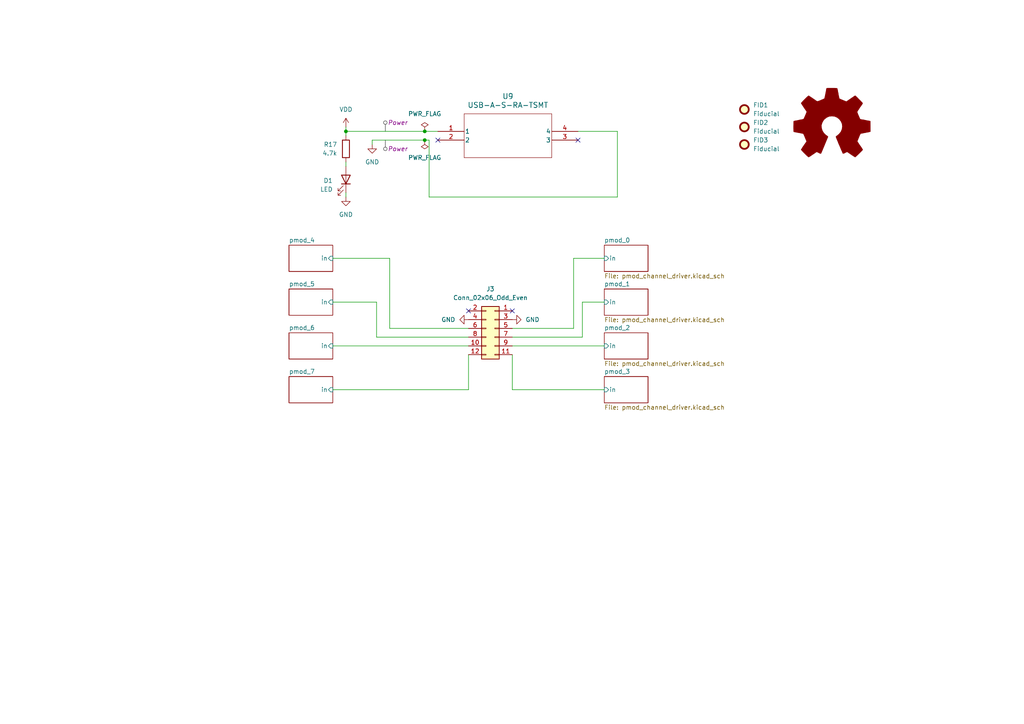
<source format=kicad_sch>
(kicad_sch (version 20231120) (generator "eeschema") (generator_version "8.0")
  (paper "A4")
  (title_block (title "SoC Drawer PMOD Buffer") (date "2024-03-08") (rev "1") (company "Jacob Feder"))
  (lib_symbols
    (symbol "Connector_Generic:Conn_02x06_Odd_Even" (pin_names (offset 1.016) hide)
      (property "Reference" "J" (at 1.27 7.62 0))
      (property "Value" "Conn_02x06_Odd_Even" (at 1.27 -10.16 0))
      (symbol "Conn_02x06_Odd_Even_1_1"
        (rectangle (start -1.27 -7.493) (end 0 -7.747) (stroke (width 0.1524)))
        (rectangle (start -1.27 -4.953) (end 0 -5.207) (stroke (width 0.1524)))
        (rectangle (start -1.27 -2.413) (end 0 -2.667) (stroke (width 0.1524)))
        (rectangle (start -1.27 0.127) (end 0 -0.127) (stroke (width 0.1524)))
        (rectangle (start -1.27 2.667) (end 0 2.413) (stroke (width 0.1524)))
        (rectangle (start -1.27 5.207) (end 0 4.953) (stroke (width 0.1524)))
        (rectangle (start -1.27 6.35) (end 3.81 -8.89) (stroke (width 0.254)) (fill (type background)))
        (rectangle (start 3.81 -7.493) (end 2.54 -7.747) (stroke (width 0.1524)))
        (rectangle (start 3.81 -4.953) (end 2.54 -5.207) (stroke (width 0.1524)))
        (rectangle (start 3.81 -2.413) (end 2.54 -2.667) (stroke (width 0.1524)))
        (rectangle (start 3.81 0.127) (end 2.54 -0.127) (stroke (width 0.1524)))
        (rectangle (start 3.81 2.667) (end 2.54 2.413) (stroke (width 0.1524)))
        (rectangle (start 3.81 5.207) (end 2.54 4.953) (stroke (width 0.1524)))
        (pin passive line (at -5.08 5.08 0) (length 3.81) (name "Pin_1") (number "1"))
        (pin passive line (at 7.62 -5.08 180) (length 3.81) (name "Pin_10") (number "10"))
        (pin passive line (at -5.08 -7.62 0) (length 3.81) (name "Pin_11") (number "11"))
        (pin passive line (at 7.62 -7.62 180) (length 3.81) (name "Pin_12") (number "12"))
        (pin passive line (at 7.62 5.08 180) (length 3.81) (name "Pin_2") (number "2"))
        (pin passive line (at -5.08 2.54 0) (length 3.81) (name "Pin_3") (number "3"))
        (pin passive line (at 7.62 2.54 180) (length 3.81) (name "Pin_4") (number "4"))
        (pin passive line (at -5.08 0 0) (length 3.81) (name "Pin_5") (number "5"))
        (pin passive line (at 7.62 0 180) (length 3.81) (name "Pin_6") (number "6"))
        (pin passive line (at -5.08 -2.54 0) (length 3.81) (name "Pin_7") (number "7"))
        (pin passive line (at 7.62 -2.54 180) (length 3.81) (name "Pin_8") (number "8"))
        (pin passive line (at -5.08 -5.08 0) (length 3.81) (name "Pin_9") (number "9"))
      )
    )
    (symbol "Device:LED" (pin_numbers hide) (pin_names (offset 1.016) hide)
      (property "Reference" "D" (at 0 2.54 0))
      (property "Value" "LED" (at 0 -2.54 0))
      (symbol "LED_0_1"
        (polyline (pts (xy -1.27 -1.27) (xy -1.27 1.27)) (stroke (width 0.254)))
        (polyline (pts (xy -1.27 0) (xy 1.27 0)))
        (polyline (pts (xy 1.27 -1.27) (xy 1.27 1.27) (xy -1.27 0) (xy 1.27 -1.27)) (stroke (width 0.254)))
        (polyline (pts (xy -3.048 -0.762) (xy -4.572 -2.286) (xy -3.81 -2.286) (xy -4.572 -2.286) (xy -4.572 -1.524)))
        (polyline (pts (xy -1.778 -0.762) (xy -3.302 -2.286) (xy -2.54 -2.286) (xy -3.302 -2.286) (xy -3.302 -1.524)))
      )
      (symbol "LED_1_1"
        (pin passive line (at -3.81 0 0) (length 2.54) (name "K") (number "1"))
        (pin passive line (at 3.81 0 180) (length 2.54) (name "A") (number "2"))
      )
    )
    (symbol "Device:R" (pin_numbers hide) (pin_names (offset 0))
      (property "Reference" "R" (at 2.032 0 90))
      (property "Value" "R" (at 0 0 90))
      (symbol "R_0_1"
        (rectangle (start -1.016 -2.54) (end 1.016 2.54) (stroke (width 0.254)))
      )
      (symbol "R_1_1"
        (pin passive line (at 0 3.81 270) (length 1.27) (name "~") (number "1"))
        (pin passive line (at 0 -3.81 90) (length 1.27) (name "~") (number "2"))
      )
    )
    (symbol "Graphic:Logo_Open_Hardware_Large" (in_bom no) (on_board no)
      (symbol "Logo_Open_Hardware_Large_1_1"
        (polyline (pts (xy 6.731 -8.7122) (xy 6.6294 -8.6614) (xy 6.35 -8.4836) (xy 5.9944 -8.255) (xy 5.5372 -7.9502) (xy 5.1054 -7.6454) (xy 4.7498 -7.4168) (xy 4.4958 -7.239) (xy 4.3942 -7.1882) (xy 4.318 -7.2136) (xy 4.1148 -7.3152) (xy 3.81 -7.4676) (xy 3.6322 -7.5692) (xy 3.3528 -7.6708) (xy 3.2258 -7.6962) (xy 3.2004 -7.6708) (xy 3.0988 -7.4676) (xy 2.9464 -7.0866) (xy 2.7178 -6.604) (xy 2.4892 -6.0452) (xy 2.2352 -5.4356) (xy 1.9558 -4.826) (xy 1.7272 -4.2164) (xy 1.4986 -3.683) (xy 1.3208 -3.2512) (xy 1.2192 -2.9464) (xy 1.1684 -2.8194) (xy 1.1938 -2.794) (xy 1.3208 -2.667) (xy 1.5748 -2.4892) (xy 2.0828 -2.0574) (xy 2.6162 -1.397) (xy 2.921 -0.6604) (xy 3.048 0.1524) (xy 2.9464 0.9144) (xy 2.6416 1.6256) (xy 2.1336 2.286) (xy 1.524 2.7686) (xy 0.8128 3.0734) (xy 0 3.175) (xy -0.762 3.0988) (xy -1.4986 2.794) (xy -2.159 2.286) (xy -2.4384 1.9812) (xy -2.8194 1.3208) (xy -3.048 0.6096) (xy -3.0734 0.4318) (xy -3.0226 -0.3556) (xy -2.794 -1.0922) (xy -2.3876 -1.7526) (xy -1.8288 -2.3114) (xy -1.7526 -2.3622) (xy -1.4732 -2.5654) (xy -1.2954 -2.6924) (xy -1.1684 -2.8194) (xy -2.159 -5.207) (xy -2.3114 -5.588) (xy -2.5908 -6.2484) (xy -2.8194 -6.8072) (xy -3.0226 -7.2644) (xy -3.1496 -7.5692) (xy -3.2258 -7.6708) (xy -3.2258 -7.6962) (xy -3.302 -7.6962) (xy -3.4798 -7.6454) (xy -3.8354 -7.4676) (xy -4.0386 -7.366) (xy -4.2926 -7.239) (xy -4.4196 -7.1882) (xy -4.5212 -7.239) (xy -4.7498 -7.3914) (xy -5.1054 -7.6454) (xy -5.5372 -7.9248) (xy -5.9436 -8.2042) (xy -6.3246 -8.4582) (xy -6.604 -8.636) (xy -6.731 -8.7122) (xy -6.7564 -8.7122) (xy -6.858 -8.636) (xy -7.0866 -8.4582) (xy -7.4168 -8.1534) (xy -7.874 -7.6962) (xy -7.9502 -7.62) (xy -8.3312 -7.239) (xy -8.636 -6.9088) (xy -8.8392 -6.6802) (xy -8.9154 -6.5786) (xy -8.9154 -6.5786) (xy -8.8392 -6.4516) (xy -8.6614 -6.1722) (xy -8.4328 -5.7912) (xy -8.128 -5.3594) (xy -7.3152 -4.191) (xy -7.7724 -3.0988) (xy -7.8994 -2.7686) (xy -8.0772 -2.3622) (xy -8.2042 -2.0828) (xy -8.255 -1.9558) (xy -8.382 -1.905) (xy -8.6614 -1.8542) (xy -9.0932 -1.7526) (xy -9.6266 -1.651) (xy -10.1092 -1.5748) (xy -10.541 -1.4732) (xy -10.8712 -1.4224) (xy -11.0236 -1.397) (xy -11.049 -1.3716) (xy -11.0744 -1.2954) (xy -11.0998 -1.143) (xy -11.0998 -0.889) (xy -11.1252 -0.4572) (xy -11.1252 0.1524) (xy -11.1252 0.2286) (xy -11.0998 0.8128) (xy -11.0998 1.27) (xy -11.0744 1.5494) (xy -11.0744 1.6764) (xy -11.0744 1.6764) (xy -10.922 1.7018) (xy -10.6172 1.778) (xy -10.16 1.8542) (xy -9.652 1.9558) (xy -9.6012 1.9812) (xy -9.0932 2.0828) (xy -8.636 2.159) (xy -8.3312 2.2352) (xy -8.2042 2.286) (xy -8.1788 2.3114) (xy -8.0772 2.5146) (xy -7.9248 2.8448) (xy -7.747 3.2512) (xy -7.5692 3.6576) (xy -7.4168 4.0386) (xy -7.3152 4.318) (xy -7.2898 4.445) (xy -7.2898 4.445) (xy -7.366 4.572) (xy -7.5438 4.826) (xy -7.7978 5.207) (xy -8.128 5.6642) (xy -8.128 5.6896) (xy -8.4328 6.1468) (xy -8.6868 6.5278) (xy -8.8392 6.7818) (xy -8.9154 6.9088) (xy -8.9154 6.9088) (xy -8.8138 7.0358) (xy -8.5852 7.2898) (xy -8.255 7.6454) (xy -7.874 8.0264) (xy -7.747 8.1534) (xy -7.3152 8.5852) (xy -7.0104 8.8646) (xy -6.8326 8.9916) (xy -6.731 9.0424) (xy -6.731 9.0424) (xy -6.604 8.9408) (xy -6.3246 8.763) (xy -5.9436 8.509) (xy -5.4864 8.2042) (xy -5.461 8.1788) (xy -5.0038 7.874) (xy -4.6482 7.62) (xy -4.3688 7.4422) (xy -4.2672 7.3914) (xy -4.2418 7.3914) (xy -4.064 7.4422) (xy -3.7338 7.5438) (xy -3.3528 7.6962) (xy -2.9464 7.874) (xy -2.5654 8.0264) (xy -2.286 8.1534) (xy -2.159 8.2296) (xy -2.159 8.2296) (xy -2.1082 8.382) (xy -2.032 8.7122) (xy -1.9304 9.1694) (xy -1.8288 9.7282) (xy -1.8034 9.8044) (xy -1.7018 10.3378) (xy -1.6256 10.7696) (xy -1.5748 11.0744) (xy -1.524 11.2014) (xy -1.4478 11.2268) (xy -1.1938 11.2522) (xy -0.8128 11.2522) (xy -0.3302 11.2522) (xy 0.1524 11.2522) (xy 0.6604 11.2522) (xy 1.0668 11.2268) (xy 1.3716 11.2014) (xy 1.4986 11.176) (xy 1.4986 11.176) (xy 1.5494 11.0236) (xy 1.6256 10.6934) (xy 1.7018 10.2108) (xy 1.8288 9.6774) (xy 1.8288 9.5758) (xy 1.9304 9.0424) (xy 2.032 8.6106) (xy 2.0828 8.3058) (xy 2.1336 8.2042) (xy 2.159 8.1788) (xy 2.3876 8.0772) (xy 2.7432 7.9248) (xy 3.175 7.747) (xy 4.191 7.3406) (xy 5.461 8.2042) (xy 5.5626 8.2804) (xy 6.0198 8.5852) (xy 6.3754 8.8392) (xy 6.6294 8.9916) (xy 6.7564 9.0424) (xy 6.7564 9.0424) (xy 6.8834 8.9408) (xy 7.1374 8.7122) (xy 7.4676 8.382) (xy 7.8486 7.9756) (xy 8.1534 7.6962) (xy 8.4836 7.3406) (xy 8.7122 7.112) (xy 8.8392 6.9596) (xy 8.8646 6.858) (xy 8.8646 6.8072) (xy 8.7884 6.6802) (xy 8.6106 6.4008) (xy 8.3312 6.0198) (xy 8.0264 5.588) (xy 7.7978 5.207) (xy 7.5184 4.8006) (xy 7.3406 4.4958) (xy 7.2898 4.3434) (xy 7.2898 4.2926) (xy 7.3914 4.0386) (xy 7.5184 3.683) (xy 7.7216 3.2258) (xy 8.1534 2.2352) (xy 8.7884 2.1082) (xy 9.1948 2.0574) (xy 9.7536 1.9304) (xy 10.2616 1.8288) (xy 11.0998 1.6764) (xy 11.1252 -1.3208) (xy 10.9982 -1.3716) (xy 10.8712 -1.397) (xy 10.5664 -1.4732) (xy 10.1346 -1.5494) (xy 9.6266 -1.651) (xy 9.1948 -1.7272) (xy 8.7376 -1.8288) (xy 8.4328 -1.8796) (xy 8.2804 -1.905) (xy 8.255 -1.9558) (xy 8.1534 -2.159) (xy 7.9756 -2.5146) (xy 7.8232 -2.921) (xy 7.6454 -3.3274) (xy 7.493 -3.7338) (xy 7.366 -4.0132) (xy 7.3406 -4.191) (xy 7.3914 -4.2926) (xy 7.5692 -4.5466) (xy 7.7978 -4.9276) (xy 8.1026 -5.3594) (xy 8.4074 -5.7912) (xy 8.6614 -6.1722) (xy 8.8138 -6.4262) (xy 8.89 -6.5532) (xy 8.8646 -6.6548) (xy 8.6868 -6.858) (xy 8.3566 -7.1882) (xy 7.874 -7.6708) (xy 7.7978 -7.747) (xy 7.3914 -8.128) (xy 7.0612 -8.4328) (xy 6.8326 -8.636) (xy 6.731 -8.7122)) (fill (type outline)))
      )
    )
    (symbol "Mechanical:Fiducial"
      (property "Reference" "FID" (at 0 5.08 0))
      (property "Value" "Fiducial" (at 0 3.175 0))
      (symbol "Fiducial_0_1"
        (circle (center 0 0) (radius 1.27) (stroke (width 0.508)) (fill (type background)))
      )
    )
    (symbol "custom_library:USB-A-S-RA-TSMT" (pin_names (offset 0.254))
      (property "Reference" "U" (at 20.32 10.16 0))
      (property "Value" "USB-A-S-RA-TSMT" (at 20.32 7.62 0))
      (symbol "USB-A-S-RA-TSMT_0_1"
        (polyline (pts (xy 7.62 -7.62) (xy 33.02 -7.62)) (stroke (width 0.127)))
        (polyline (pts (xy 7.62 5.08) (xy 7.62 -7.62)) (stroke (width 0.127)))
        (polyline (pts (xy 33.02 -7.62) (xy 33.02 5.08)) (stroke (width 0.127)))
        (polyline (pts (xy 33.02 5.08) (xy 7.62 5.08)) (stroke (width 0.127)))
        (pin unspecified line (at 0 0 0) (length 7.62) (name "1") (number "1"))
        (pin unspecified line (at 0 -2.54 0) (length 7.62) (name "2") (number "2"))
        (pin unspecified line (at 40.64 -2.54 180) (length 7.62) (name "3") (number "3"))
        (pin unspecified line (at 40.64 0 180) (length 7.62) (name "4") (number "4"))
      )
    )
    (symbol "power:GND" (power) (pin_names (offset 0))
      (property "Value" "GND" (at 0 -3.81 0))
      (symbol "GND_0_1"
        (polyline (pts (xy 0 0) (xy 0 -1.27) (xy 1.27 -1.27) (xy 0 -2.54) (xy -1.27 -1.27) (xy 0 -1.27)))
      )
      (symbol "GND_1_1"
        (pin power_in line (at 0 0 270) (length 0) hide (name "GND") (number "1"))
      )
    )
    (symbol "power:PWR_FLAG" (power) (pin_numbers hide) (pin_names (offset 0) hide)
      (property "Value" "PWR_FLAG" (at 0 3.81 0))
      (symbol "PWR_FLAG_0_0"
        (pin power_out line (at 0 0 90) (length 0) (name "pwr") (number "1"))
      )
      (symbol "PWR_FLAG_0_1"
        (polyline (pts (xy 0 0) (xy 0 1.27) (xy -1.016 1.905) (xy 0 2.54) (xy 1.016 1.905) (xy 0 1.27)))
      )
    )
    (symbol "power:VDD" (power) (pin_names (offset 0))
      (property "Value" "VDD" (at 0 3.81 0))
      (symbol "VDD_0_1"
        (polyline (pts (xy -0.762 1.27) (xy 0 2.54)))
        (polyline (pts (xy 0 0) (xy 0 2.54)))
        (polyline (pts (xy 0 2.54) (xy 0.762 1.27)))
      )
      (symbol "VDD_1_1"
        (pin power_in line (at 0 0 90) (length 0) hide (name "VDD") (number "1"))
      )
    )
  )
  (junction (at 123.19 38.1))
  (junction (at 100.33 38.1))
  (junction (at 123.19 40.64))
  (no_connect (at 167.64 40.64))
  (no_connect (at 127 40.64))
  (no_connect (at 135.89 90.17))
  (no_connect (at 148.59 90.17))
  (wire (pts (xy 100.33 38.1) (xy 100.33 39.37)))
  (wire (pts (xy 107.95 40.64) (xy 123.19 40.64)))
  (wire (pts (xy 124.46 57.15) (xy 179.07 57.15)))
  (wire (pts (xy 107.95 40.64) (xy 107.95 41.91)))
  (wire (pts (xy 100.33 46.99) (xy 100.33 48.26)))
  (wire (pts (xy 148.59 100.33) (xy 175.26 100.33)))
  (wire (pts (xy 113.03 95.25) (xy 113.03 74.93)))
  (wire (pts (xy 109.22 97.79) (xy 135.89 97.79)))
  (wire (pts (xy 123.19 40.64) (xy 124.46 40.64)))
  (wire (pts (xy 96.52 87.63) (xy 109.22 87.63)))
  (wire (pts (xy 96.52 100.33) (xy 135.89 100.33)))
  (wire (pts (xy 179.07 57.15) (xy 179.07 38.1)))
  (wire (pts (xy 148.59 95.25) (xy 166.37 95.25)))
  (wire (pts (xy 123.19 38.1) (xy 127 38.1)))
  (wire (pts (xy 124.46 40.64) (xy 124.46 57.15)))
  (wire (pts (xy 100.33 36.83) (xy 100.33 38.1)))
  (wire (pts (xy 168.91 87.63) (xy 168.91 97.79)))
  (wire (pts (xy 166.37 95.25) (xy 166.37 74.93)))
  (wire (pts (xy 167.64 38.1) (xy 179.07 38.1)))
  (wire (pts (xy 100.33 38.1) (xy 123.19 38.1)))
  (wire (pts (xy 100.33 55.88) (xy 100.33 57.15)))
  (wire (pts (xy 166.37 74.93) (xy 175.26 74.93)))
  (wire (pts (xy 109.22 87.63) (xy 109.22 97.79)))
  (wire (pts (xy 135.89 113.03) (xy 135.89 102.87)))
  (wire (pts (xy 175.26 113.03) (xy 148.59 113.03)))
  (wire (pts (xy 96.52 113.03) (xy 135.89 113.03)))
  (wire (pts (xy 113.03 74.93) (xy 96.52 74.93)))
  (wire (pts (xy 135.89 95.25) (xy 113.03 95.25)))
  (wire (pts (xy 175.26 87.63) (xy 168.91 87.63)))
  (wire (pts (xy 148.59 113.03) (xy 148.59 102.87)))
  (wire (pts (xy 168.91 97.79) (xy 148.59 97.79)))
  (netclass_flag "" (length 2.54) (shape round) (at 111.76 40.64 180) (property "Netclass" "Power" (at 112.4585 43.18 0) (effects (font (italic yes)) (justify left))))
  (netclass_flag "" (length 2.54) (shape round) (at 111.76 38.1 0) (property "Netclass" "Power" (at 112.4585 35.56 0) (effects (font (italic yes)) (justify left))))
  (symbol (lib_id "custom_library:USB-A-S-RA-TSMT") (at 127 38.1 0) (unit 1)
    (property "Reference" "U9" (at 147.32 27.94 0) (effects (font (size 1.524 1.524))))
    (property "Value" "USB-A-S-RA-TSMT" (at 147.32 30.48 0) (effects (font (size 1.524 1.524))))
    (property "Footprint" "custom_footprints:USB-A-S-RA-TSMT_ADM" (effects (hide yes)))
    (property "Datasheet" "USB-A-S-RA-TSMT" (effects (hide yes)))
  )
  (symbol (lib_id "power:PWR_FLAG") (at 123.19 38.1 0) (unit 1)
    (property "Reference" "#FLG01" (effects (hide yes)))
    (property "Value" "PWR_FLAG" (at 123.19 33.02 0))
    (property "Description" "Special symbol for telling ERC where power comes from" (effects (hide yes)))
  )
  (symbol (lib_id "Device:R") (at 100.33 43.18 0) (mirror y) (unit 1)
    (property "Reference" "R17" (at 97.79 41.9099 0) (effects (justify left)))
    (property "Value" "4.7k" (at 97.79 44.4499 0) (effects (justify left)))
    (property "Footprint" "Resistor_SMD:R_0805_2012Metric_Pad1.20x1.40mm_HandSolder" (effects (hide yes)))
    (property "Description" "Resistor" (effects (hide yes)))
    (property "MF" "YAGEO" (effects (hide yes)))
    (property "MFPN" "RC0805FR-134K7L" (effects (hide yes)))
    (property "DKPN" "13-RC0805FR-134K7LCT-ND" (effects (hide yes)))
  )
  (symbol (lib_id "power:VDD") (at 100.33 36.83 0) (unit 1)
    (property "Reference" "#PWR02" (effects (hide yes)))
    (property "Value" "VDD" (at 100.33 31.75 0))
    (property "Description" "Power symbol creates a global label with name \"VDD\"" (effects (hide yes)))
  )
  (symbol (lib_id "power:PWR_FLAG") (at 123.19 40.64 0) (mirror x) (unit 1)
    (property "Reference" "#FLG02" (effects (hide yes)))
    (property "Value" "PWR_FLAG" (at 123.19 45.72 0))
    (property "Description" "Special symbol for telling ERC where power comes from" (effects (hide yes)))
  )
  (symbol (lib_id "Mechanical:Fiducial") (at 215.9 31.75 0) (unit 1)
    (property "Reference" "FID1" (at 218.44 30.4799 0) (effects (justify left)))
    (property "Value" "Fiducial" (at 218.44 33.0199 0) (effects (justify left)))
    (property "Footprint" "Fiducial:Fiducial_1mm_Mask2mm" (effects (hide yes)))
    (property "Description" "Fiducial Marker" (effects (hide yes)))
  )
  (symbol (lib_id "Mechanical:Fiducial") (at 215.9 41.91 0) (unit 1)
    (property "Reference" "FID3" (at 218.44 40.6399 0) (effects (justify left)))
    (property "Value" "Fiducial" (at 218.44 43.1799 0) (effects (justify left)))
    (property "Footprint" "Fiducial:Fiducial_1mm_Mask2mm" (effects (hide yes)))
    (property "Description" "Fiducial Marker" (effects (hide yes)))
  )
  (symbol (lib_id "Mechanical:Fiducial") (at 215.9 36.83 0) (unit 1)
    (property "Reference" "FID2" (at 218.44 35.5599 0) (effects (justify left)))
    (property "Value" "Fiducial" (at 218.44 38.0999 0) (effects (justify left)))
    (property "Footprint" "Fiducial:Fiducial_1mm_Mask2mm" (effects (hide yes)))
    (property "Description" "Fiducial Marker" (effects (hide yes)))
  )
  (symbol (lib_id "Device:LED") (at 100.33 52.07 270) (mirror x) (unit 1)
    (property "Reference" "D1" (at 96.52 52.3874 90) (effects (justify right)))
    (property "Value" "LED" (at 96.52 54.9274 90) (effects (justify right)))
    (property "Footprint" "LED_SMD:LED_0603_1608Metric" (effects (hide yes)))
    (property "Description" "Light emitting diode" (effects (hide yes)))
    (property "MF" "ams-OSRAM USA INC." (effects (hide yes)))
    (property "MFPN" "LT Q39G-Q1OO-25-1" (effects (hide yes)))
    (property "DKPN" "475-LTQ39G-Q1OO-25-1CT-ND" (effects (hide yes)))
  )
  (symbol (lib_id "power:GND") (at 100.33 57.15 0) (unit 1)
    (property "Reference" "#PWR047" (effects (hide yes)))
    (property "Value" "GND" (at 100.33 62.23 0))
    (property "Description" "Power symbol creates a global label with name \"GND\" , ground" (effects (hide yes)))
  )
  (symbol (lib_id "power:GND") (at 148.59 92.71 90) (mirror x) (unit 1)
    (property "Reference" "#PWR05" (effects (hide yes)))
    (property "Value" "GND" (at 152.4 92.7099 90) (effects (justify right)))
    (property "Description" "Power symbol creates a global label with name \"GND\" , ground" (effects (hide yes)))
  )
  (symbol (lib_id "Connector_Generic:Conn_02x06_Odd_Even") (at 143.51 95.25 0) (mirror y) (unit 1)
    (property "Reference" "J3" (at 142.24 83.82 0))
    (property "Value" "Conn_02x06_Odd_Even" (at 142.24 86.36 0))
    (property "Footprint" "Connector_PinHeader_2.54mm:PinHeader_2x06_P2.54mm_Vertical" (effects (hide yes)))
    (property "Description" "Generic connector, double row, 02x06, odd/even pin numbering scheme (row 1 odd numbers, row 2 even numbers), script generated (kicad-library-utils/schlib/autogen/connector/)" (effects (hide yes)))
    (property "MF" "Amphenol ICC (Commercial Products)" (effects (hide yes)))
    (property "MFPN" "G800W590018EU" (effects (hide yes)))
    (property "DKPN" "664-G800W590018EU-ND" (effects (hide yes)))
  )
  (symbol (lib_id "power:GND") (at 135.89 92.71 270) (mirror x) (unit 1)
    (property "Reference" "#PWR06" (effects (hide yes)))
    (property "Value" "GND" (at 132.08 92.7101 90) (effects (justify right)))
    (property "Description" "Power symbol creates a global label with name \"GND\" , ground" (effects (hide yes)))
  )
  (symbol (lib_id "power:GND") (at 107.95 41.91 0) (unit 1)
    (property "Reference" "#PWR01" (effects (hide yes)))
    (property "Value" "GND" (at 107.95 46.99 0))
    (property "Description" "Power symbol creates a global label with name \"GND\" , ground" (effects (hide yes)))
  )
  (symbol (lib_id "Graphic:Logo_Open_Hardware_Large") (at 241.3 36.83 0) (unit 1) (exclude_from_sim yes)
    (property "Reference" "SYM1" (effects (hide yes)))
    (property "Value" "Logo_Open_Hardware_Large" (effects (hide yes)))
    (property "Footprint" "Symbol:OSHW-Logo2_9.8x8mm_SilkScreen" (effects (hide yes)))
    (property "Description" "Open Hardware logo, large" (effects (hide yes)))
  )
  (sheet (at 175.26 109.22) (size 12.7 7.62) (stroke (width 0.1524))
    (property "Sheetname" "pmod_3" (at 175.26 108.5084 0) (effects (justify left bottom)))
    (property "Sheetfile" "pmod_channel_driver.kicad_sch" (at 175.26 117.4246 0) (effects (justify left top)))
    (pin "in" input (at 175.26 113.03 180))
  )
  (sheet (at 175.26 96.52) (size 12.7 7.62) (stroke (width 0.1524))
    (property "Sheetname" "pmod_2" (at 175.26 95.8084 0) (effects (justify left bottom)))
    (property "Sheetfile" "pmod_channel_driver.kicad_sch" (at 175.26 104.7246 0) (effects (justify left top)))
    (pin "in" input (at 175.26 100.33 180))
  )
  (sheet (at 83.82 83.82) (size 12.7 7.62) (stroke (width 0.1524))
    (property "Sheetname" "pmod_5" (at 83.82 83.1084 0) (effects (justify left bottom)))
    (property "Sheetfile" "pmod_channel_driver.kicad_sch" (effects (hide yes)))
    (pin "in" input (at 96.52 87.63 0))
  )
  (sheet (at 83.82 109.22) (size 12.7 7.62) (stroke (width 0.1524))
    (property "Sheetname" "pmod_7" (at 83.82 108.5084 0) (effects (justify left bottom)))
    (property "Sheetfile" "pmod_channel_driver.kicad_sch" (effects (hide yes)))
    (pin "in" input (at 96.52 113.03 0))
  )
  (sheet (at 175.26 71.12) (size 12.7 7.62) (stroke (width 0.1524))
    (property "Sheetname" "pmod_0" (at 175.26 70.4084 0) (effects (justify left bottom)))
    (property "Sheetfile" "pmod_channel_driver.kicad_sch" (at 175.26 79.3246 0) (effects (justify left top)))
    (pin "in" input (at 175.26 74.93 180))
  )
  (sheet (at 175.26 83.82) (size 12.7 7.62) (stroke (width 0.1524))
    (property "Sheetname" "pmod_1" (at 175.26 83.1084 0) (effects (justify left bottom)))
    (property "Sheetfile" "pmod_channel_driver.kicad_sch" (at 175.26 92.0246 0) (effects (justify left top)))
    (pin "in" input (at 175.26 87.63 180))
  )
  (sheet (at 83.82 96.52) (size 12.7 7.62) (stroke (width 0.1524))
    (property "Sheetname" "pmod_6" (at 83.82 95.8084 0) (effects (justify left bottom)))
    (property "Sheetfile" "pmod_channel_driver.kicad_sch" (effects (hide yes)))
    (pin "in" input (at 96.52 100.33 0))
  )
  (sheet (at 83.82 71.12) (size 12.7 7.62) (stroke (width 0.1524))
    (property "Sheetname" "pmod_4" (at 83.82 70.4084 0) (effects (justify left bottom)))
    (property "Sheetfile" "pmod_channel_driver.kicad_sch" (effects (hide yes)))
    (pin "in" input (at 96.52 74.93 0))
  )
)
</source>
